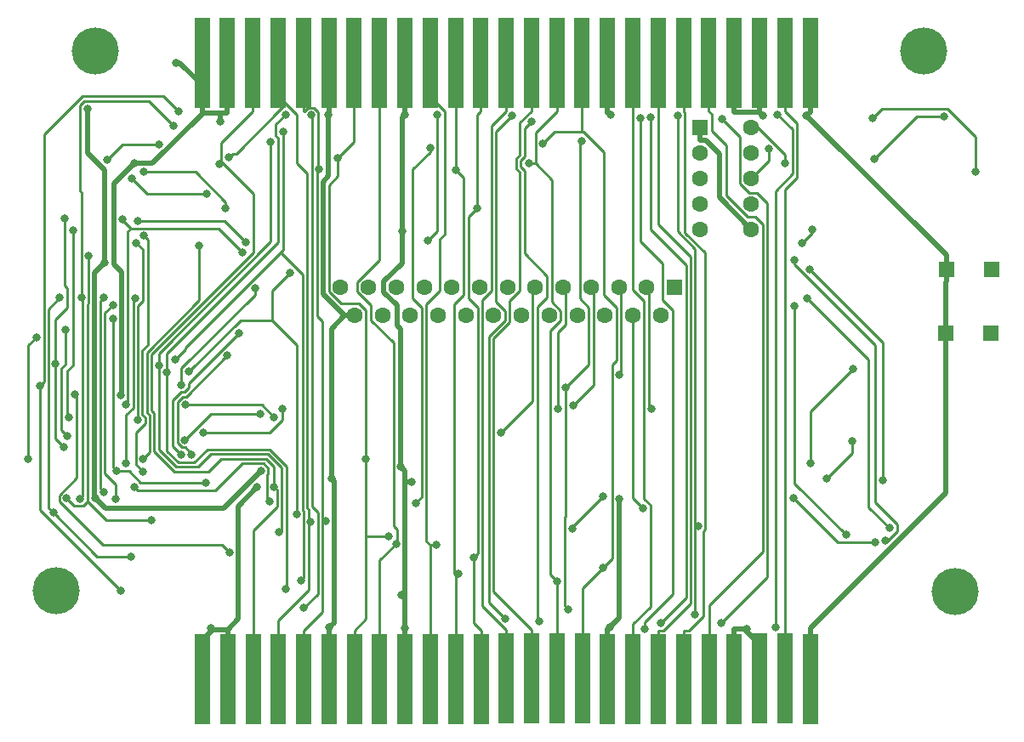
<source format=gbr>
%TF.GenerationSoftware,KiCad,Pcbnew,(6.0.2)*%
%TF.CreationDate,2022-10-21T17:36:17-05:00*%
%TF.ProjectId,REF1329_Optimized,52454631-3332-4395-9f4f-7074696d697a,rev?*%
%TF.SameCoordinates,Original*%
%TF.FileFunction,Copper,L2,Bot*%
%TF.FilePolarity,Positive*%
%FSLAX46Y46*%
G04 Gerber Fmt 4.6, Leading zero omitted, Abs format (unit mm)*
G04 Created by KiCad (PCBNEW (6.0.2)) date 2022-10-21 17:36:17*
%MOMM*%
%LPD*%
G01*
G04 APERTURE LIST*
%TA.AperFunction,NonConductor*%
%ADD10C,0.000001*%
%TD*%
%TA.AperFunction,ComponentPad*%
%ADD11R,1.590000X1.590000*%
%TD*%
%TA.AperFunction,ComponentPad*%
%ADD12C,4.680000*%
%TD*%
%TA.AperFunction,SMDPad,CuDef*%
%ADD13R,1.530000X9.000000*%
%TD*%
%TA.AperFunction,ComponentPad*%
%ADD14R,1.600000X1.600000*%
%TD*%
%TA.AperFunction,ComponentPad*%
%ADD15C,1.600000*%
%TD*%
%TA.AperFunction,ViaPad*%
%ADD16C,0.800000*%
%TD*%
%TA.AperFunction,Conductor*%
%ADD17C,0.250000*%
%TD*%
%TA.AperFunction,Conductor*%
%ADD18C,0.500000*%
%TD*%
G04 APERTURE END LIST*
D10*
X180110200Y-69948700D02*
G75*
G03*
X180110200Y-69948700I0J0D01*
G01*
X180110200Y-70534700D02*
G75*
G03*
X180110200Y-70534700I0J0D01*
G01*
X180108200Y-66477700D02*
G75*
G03*
X180108200Y-66477700I0J0D01*
G01*
X180110200Y-68247700D02*
G75*
G03*
X180110200Y-68247700I0J0D01*
G01*
D11*
%TO.P,SW1,1,1*%
%TO.N,/GND*%
X193086500Y-95977500D03*
X193126500Y-89627500D03*
%TO.P,SW1,2,2*%
%TO.N,/Button*%
X197572500Y-95980500D03*
X197611500Y-89628500D03*
%TD*%
D12*
%TO.P,Hole1,1*%
%TO.N,N/C*%
X108395000Y-67879000D03*
%TD*%
D13*
%TO.P,J5,26,Pin_25*%
%TO.N,/GND*%
X119067000Y-130450000D03*
%TO.P,J5,27,Pin_24*%
X121585000Y-130464000D03*
%TO.P,J5,28,Pin_23*%
%TO.N,/AD0*%
X124110000Y-130452000D03*
%TO.P,J5,29,Pin_22*%
%TO.N,/AD1*%
X126637000Y-130446000D03*
%TO.P,J5,30,Pin_21*%
%TO.N,/AD2*%
X129156000Y-130460000D03*
%TO.P,J5,31,Pin_20*%
%TO.N,/GND*%
X131675000Y-130446000D03*
%TO.P,J5,32,Pin_19*%
%TO.N,/AD3*%
X134198000Y-130435000D03*
%TO.P,J5,33,Pin_18*%
%TO.N,/ALE_L*%
X136717000Y-130421000D03*
%TO.P,J5,34,Pin_17*%
%TO.N,/VCC*%
X139236000Y-130449000D03*
%TO.P,J5,35,Pin_16*%
%TO.N,/ALE_H*%
X141764000Y-130449000D03*
%TO.P,J5,36,Pin_15*%
%TO.N,/AD4*%
X144289000Y-130440000D03*
%TO.P,J5,37,Pin_14*%
%TO.N,/AD5*%
X146810000Y-130432000D03*
%TO.P,J5,38,Pin_13*%
%TO.N,/12V_Rear*%
X149334000Y-130416000D03*
%TO.P,J5,39,Pin_12*%
%TO.N,/UNUSED_Rear*%
X151854000Y-130389000D03*
%TO.P,J5,40,Pin_11*%
%TO.N,/AD6*%
X154374000Y-130401000D03*
%TO.P,J5,41,Pin_10*%
%TO.N,/AD7*%
X156893000Y-130387000D03*
%TO.P,J5,42,Pin_9*%
%TO.N,/VCC*%
X159411000Y-130453000D03*
%TO.P,J5,43,Pin_8*%
%TO.N,/CIC_DATA2*%
X161935000Y-130447000D03*
%TO.P,J5,44,Pin_7*%
%TO.N,/Unknown_1*%
X164461000Y-130437000D03*
%TO.P,J5,45,Pin_6*%
%TO.N,/{slash}OS EVENT*%
X166979000Y-130433000D03*
%TO.P,J5,46,Pin_5*%
%TO.N,/Unknown_2*%
X169499000Y-130418000D03*
%TO.P,J5,47,Pin_4*%
%TO.N,/GND*%
X172018000Y-130418000D03*
%TO.P,J5,48,Pin_3*%
X174548000Y-130402000D03*
%TO.P,J5,49,Pin_2*%
%TO.N,/RAUDIO*%
X177074000Y-130401000D03*
%TO.P,J5,50,Pin_1*%
%TO.N,/GND*%
X179593000Y-130460000D03*
%TD*%
D12*
%TO.P,Hole2,1*%
%TO.N,N/C*%
X104544000Y-121691000D03*
%TD*%
D14*
%TO.P,U3,1,CA*%
%TO.N,/VCC*%
X168639500Y-75512500D03*
D15*
%TO.P,U3,2,F*%
%TO.N,/F*%
X168639500Y-78052500D03*
%TO.P,U3,3,G*%
%TO.N,/G*%
X168639500Y-80592500D03*
%TO.P,U3,4,E*%
%TO.N,/E*%
X168639500Y-83132500D03*
%TO.P,U3,5,D*%
%TO.N,/D*%
X168639500Y-85672500D03*
%TO.P,U3,6,CA*%
%TO.N,/VCC*%
X173719500Y-85672500D03*
%TO.P,U3,7,DP*%
%TO.N,/DP*%
X173719500Y-83132500D03*
%TO.P,U3,8,C*%
%TO.N,/C*%
X173719500Y-80592500D03*
%TO.P,U3,9,B*%
%TO.N,/B*%
X173719500Y-78052500D03*
%TO.P,U3,10,A*%
%TO.N,/A*%
X173719500Y-75512500D03*
%TD*%
D12*
%TO.P,Hole3,1*%
%TO.N,N/C*%
X190826000Y-67918000D03*
%TD*%
%TO.P,Hole4,1*%
%TO.N,N/C*%
X194001000Y-121736000D03*
%TD*%
D13*
%TO.P,J3,26,Pin_1*%
%TO.N,/GND*%
X119042000Y-69099000D03*
%TO.P,J3,27,Pin_2*%
X121560000Y-69113000D03*
%TO.P,J3,28,Pin_3*%
%TO.N,/AD0*%
X124085000Y-69101000D03*
%TO.P,J3,29,Pin_4*%
%TO.N,/AD1*%
X126612000Y-69095000D03*
%TO.P,J3,30,Pin_5*%
%TO.N,/AD2*%
X129131000Y-69109000D03*
%TO.P,J3,31,Pin_6*%
%TO.N,/GND*%
X131650000Y-69095000D03*
%TO.P,J3,32,Pin_7*%
%TO.N,/AD3*%
X134173000Y-69084000D03*
%TO.P,J3,33,Pin_8*%
%TO.N,/ALE_L*%
X136692000Y-69070000D03*
%TO.P,J3,34,Pin_9*%
%TO.N,/VCC*%
X139211000Y-69098000D03*
%TO.P,J3,35,Pin_10*%
%TO.N,/ALE_H*%
X141739000Y-69098000D03*
%TO.P,J3,36,Pin_11*%
%TO.N,/AD4*%
X144264000Y-69089000D03*
%TO.P,J3,37,Pin_12*%
%TO.N,/AD5*%
X146785000Y-69081000D03*
%TO.P,J3,38,Pin_13*%
%TO.N,/12V_Rear*%
X149309000Y-69065000D03*
%TO.P,J3,39,Pin_14*%
%TO.N,/UNUSED_Rear*%
X151829000Y-69038000D03*
%TO.P,J3,40,Pin_15*%
%TO.N,/AD6*%
X154349000Y-69050000D03*
%TO.P,J3,41,Pin_16*%
%TO.N,/AD7*%
X156868000Y-69036000D03*
%TO.P,J3,42,Pin_17*%
%TO.N,/VCC*%
X159386000Y-69102000D03*
%TO.P,J3,43,Pin_18*%
%TO.N,/CIC_DATA2*%
X161910000Y-69096000D03*
%TO.P,J3,44,Pin_19*%
%TO.N,/Unknown_1*%
X164436000Y-69086000D03*
%TO.P,J3,45,Pin_20*%
%TO.N,/{slash}OS EVENT*%
X166954000Y-69082000D03*
%TO.P,J3,46,Pin_21*%
%TO.N,/Unknown_2*%
X169474000Y-69067000D03*
%TO.P,J3,47,Pin_22*%
%TO.N,/GND*%
X171993000Y-69067000D03*
%TO.P,J3,48,Pin_23*%
X174523000Y-69051000D03*
%TO.P,J3,49,Pin_24*%
%TO.N,/RAUDIO*%
X177049000Y-69050000D03*
%TO.P,J3,50,Pin_25*%
%TO.N,/GND*%
X179568000Y-69109000D03*
%TD*%
D14*
%TO.P,J1,1,1*%
%TO.N,unconnected-(J1-Pad1)*%
X166066000Y-91391700D03*
D15*
%TO.P,J1,2,2*%
%TO.N,/PPort_2*%
X163296000Y-91391700D03*
%TO.P,J1,3,3*%
%TO.N,/PPort_3*%
X160526000Y-91391700D03*
%TO.P,J1,4,4*%
%TO.N,/PPort_4*%
X157756000Y-91391700D03*
%TO.P,J1,5,5*%
%TO.N,/PPort_5*%
X154986000Y-91391700D03*
%TO.P,J1,6,6*%
%TO.N,/PPort_6*%
X152216000Y-91391700D03*
%TO.P,J1,7,7*%
%TO.N,unconnected-(J1-Pad7)*%
X149446000Y-91391700D03*
%TO.P,J1,8,8*%
%TO.N,unconnected-(J1-Pad8)*%
X146676000Y-91391700D03*
%TO.P,J1,9,9*%
%TO.N,unconnected-(J1-Pad9)*%
X143906000Y-91391700D03*
%TO.P,J1,10,10*%
%TO.N,/PPort_10*%
X141136000Y-91391700D03*
%TO.P,J1,11,11*%
%TO.N,/PPort_11*%
X138366000Y-91391700D03*
%TO.P,J1,12,12*%
%TO.N,/PPort_12*%
X135596000Y-91391700D03*
%TO.P,J1,13,13*%
%TO.N,/PPort_13*%
X132826000Y-91391700D03*
%TO.P,J1,14,P14*%
%TO.N,unconnected-(J1-Pad14)*%
X164681000Y-94231700D03*
%TO.P,J1,15,P15*%
%TO.N,/PPort_15*%
X161911000Y-94231700D03*
%TO.P,J1,16,P16*%
%TO.N,unconnected-(J1-Pad16)*%
X159141000Y-94231700D03*
%TO.P,J1,17,P17*%
%TO.N,unconnected-(J1-Pad17)*%
X156371000Y-94231700D03*
%TO.P,J1,18,P18*%
%TO.N,/GND*%
X153601000Y-94231700D03*
%TO.P,J1,19,P19*%
X150831000Y-94231700D03*
%TO.P,J1,20,P20*%
X148061000Y-94231700D03*
%TO.P,J1,21,P21*%
X145291000Y-94231700D03*
%TO.P,J1,22,P22*%
X142521000Y-94231700D03*
%TO.P,J1,23,P23*%
X139751000Y-94231700D03*
%TO.P,J1,24,P24*%
X136981000Y-94231700D03*
%TO.P,J1,25,P25*%
X134211000Y-94231700D03*
%TD*%
D16*
%TO.N,/A18*%
X109284700Y-111852100D03*
X109265200Y-92484700D03*
%TO.N,/A16*%
X110154900Y-93186200D03*
X110468300Y-112514800D03*
%TO.N,/A15*%
X112390900Y-92512200D03*
X111477800Y-108987600D03*
%TO.N,/A7*%
X121561200Y-98191700D03*
X117967600Y-108103900D03*
%TO.N,/A6*%
X122713400Y-96006800D03*
X116967400Y-108103900D03*
%TO.N,/A5*%
X113183800Y-109815000D03*
X113267000Y-86287000D03*
%TO.N,/A4*%
X113165000Y-108544000D03*
X118753600Y-87250600D03*
%TO.N,/A3*%
X124823000Y-104079500D03*
X117305900Y-106653700D03*
%TO.N,/A2*%
X119173700Y-105928500D03*
X127031700Y-103532700D03*
%TO.N,/A1*%
X112642300Y-104673200D03*
X112505000Y-86983800D03*
%TO.N,/A0*%
X116979700Y-101159900D03*
X124303300Y-91526700D03*
%TO.N,/AD0*%
X126210500Y-111319300D03*
X120754500Y-79109900D03*
%TO.N,/AD1*%
X177897000Y-112421700D03*
X186005900Y-116828500D03*
X121693900Y-78487400D03*
X129829200Y-114801100D03*
%TO.N,/AD2*%
X130696800Y-79663300D03*
X155881900Y-115478500D03*
X131308700Y-114737700D03*
X158989200Y-112237100D03*
%TO.N,/GND*%
X120846100Y-74933400D03*
X119908100Y-125342300D03*
X173259200Y-125462300D03*
X131902000Y-110471900D03*
X124515600Y-111349300D03*
X131714100Y-125314800D03*
X110910900Y-102201300D03*
X116407500Y-69080000D03*
X112267600Y-79086800D03*
X174822200Y-74297300D03*
X179213700Y-74315700D03*
X131634000Y-74205700D03*
%TO.N,/AD3*%
X137631100Y-116230200D03*
X132560600Y-78530200D03*
X135340200Y-108489500D03*
%TO.N,/AD4*%
X144264000Y-79717500D03*
X109572400Y-78753300D03*
X114709000Y-77232500D03*
X144547900Y-120003300D03*
%TO.N,/AD5*%
X113259900Y-79939300D03*
X146096100Y-118326200D03*
X121362100Y-83521900D03*
X146451000Y-83521900D03*
%TO.N,/AD6*%
X119514300Y-82113900D03*
X112067300Y-80577700D03*
X154374000Y-120760000D03*
X151543500Y-79109500D03*
%TO.N,/AD7*%
X158910700Y-119397000D03*
X152958700Y-77108000D03*
%TO.N,/Chip_Enable*%
X111134100Y-84648000D03*
X123069600Y-87991900D03*
X111467000Y-103132100D03*
%TO.N,/Output_Enable*%
X123367900Y-86935200D03*
X112613300Y-84830900D03*
X106236300Y-85788600D03*
X105810500Y-104366400D03*
%TO.N,/A11*%
X104461600Y-99014700D03*
X105312600Y-84531400D03*
X105255300Y-107311000D03*
%TO.N,/A9*%
X101745600Y-108543000D03*
X102561100Y-96407200D03*
%TO.N,/A8*%
X105614400Y-106267400D03*
X105411700Y-95697100D03*
%TO.N,/A13*%
X110156700Y-94558000D03*
X110529900Y-109745800D03*
X119387900Y-110899400D03*
%TO.N,/A14*%
X114024500Y-114655000D03*
X105534400Y-112454400D03*
X107731500Y-88292300D03*
%TO.N,/A17*%
X111972900Y-118248400D03*
X104845400Y-92481600D03*
X104225400Y-113904100D03*
%TO.N,/{slash}write*%
X107006300Y-92471800D03*
X106865300Y-112476500D03*
X116229500Y-75359900D03*
%TO.N,/VCC*%
X138963700Y-85879100D03*
X139195000Y-74247900D03*
X159634500Y-125308000D03*
X108426100Y-112442100D03*
X107631900Y-73621400D03*
X139871500Y-110812500D03*
X159689500Y-74243600D03*
X139236000Y-125342400D03*
X138920700Y-122046700D03*
X124875800Y-109736800D03*
X160589400Y-112540400D03*
X138820900Y-109262200D03*
X109352200Y-88955300D03*
%TO.N,/AD8*%
X126200000Y-104386800D03*
X155210300Y-101442500D03*
X156852000Y-76829300D03*
X155473000Y-123508700D03*
X117361300Y-103146400D03*
%TO.N,/AD9*%
X127813300Y-89947500D03*
X128454700Y-114041600D03*
X117721900Y-99842800D03*
%TO.N,/AD10*%
X141721700Y-77535700D03*
X112290800Y-111341400D03*
X140292400Y-112907100D03*
X125760400Y-112728600D03*
%TO.N,/AD11*%
X126717100Y-115847500D03*
X125842300Y-76963600D03*
X114723200Y-99255300D03*
%TO.N,/AD12*%
X116323600Y-98600900D03*
X127141500Y-75924100D03*
X128870700Y-120630300D03*
%TO.N,/AD13*%
X129185100Y-123381600D03*
X129882700Y-74273700D03*
X121773500Y-117820400D03*
X106352300Y-102064300D03*
%TO.N,/AD14*%
X127357900Y-121526900D03*
X127366600Y-74209500D03*
X115522500Y-99870500D03*
%TO.N,/AD15*%
X116725100Y-73945000D03*
X110960800Y-121664900D03*
X102885000Y-101226800D03*
%TO.N,/{slash}COLD_RESET*%
X166371200Y-74357800D03*
X168098700Y-124006200D03*
X168403700Y-115223200D03*
%TO.N,/ALE_L*%
X138344500Y-116999200D03*
%TO.N,/ALE_H*%
X142375700Y-117118600D03*
%TO.N,/Button*%
X183844600Y-99541400D03*
X179610500Y-108969600D03*
%TO.N,/PPort_2*%
X163770500Y-103574000D03*
%TO.N,/PPort_3*%
X160589400Y-100187400D03*
%TO.N,/PPort_4*%
X155945000Y-103170900D03*
%TO.N,/PPort_5*%
X154451600Y-103545300D03*
%TO.N,/PPort_6*%
X148766900Y-105935500D03*
%TO.N,/{slash}read_top*%
X141546300Y-86758100D03*
X142420500Y-74204900D03*
%TO.N,/D*%
X179756400Y-85638100D03*
X178718900Y-87005200D03*
%TO.N,/C*%
X175487500Y-77645300D03*
%TO.N,/A*%
X177065200Y-79031200D03*
%TO.N,/PPort_10*%
X179273200Y-92516900D03*
X187509500Y-115426600D03*
%TO.N,/PPort_11*%
X179515700Y-89624000D03*
X186816100Y-110659400D03*
%TO.N,/PPort_12*%
X178003900Y-88744600D03*
X187042800Y-116696700D03*
%TO.N,/PPort_13*%
X178003900Y-93254500D03*
X183153000Y-116097100D03*
%TO.N,/PPort_15*%
X162961800Y-113442900D03*
%TO.N,/12V_Front*%
X149911100Y-74338200D03*
X149173100Y-124414800D03*
%TO.N,/UNUSED_Front*%
X151813000Y-74939600D03*
X152593900Y-124710100D03*
%TO.N,/CIC_DATA1*%
X162670600Y-74573000D03*
X163125500Y-125446000D03*
%TO.N,/1.6MHZ*%
X164711700Y-124865500D03*
X163706100Y-74459100D03*
%TO.N,/S_DAT*%
X170808400Y-74694800D03*
X170696000Y-124883800D03*
%TO.N,/LAUDIO*%
X176342100Y-74235900D03*
X176093000Y-125291600D03*
%TO.N,/74HC04-374*%
X183746300Y-106719000D03*
X181206600Y-110465000D03*
%TO.N,/Q1*%
X196067600Y-79894100D03*
X185761400Y-74620200D03*
%TO.N,/Q3*%
X185979300Y-78613500D03*
X192909900Y-74408200D03*
%TD*%
D17*
%TO.N,/A18*%
X108911900Y-111479300D02*
X108911900Y-92838000D01*
X108911900Y-92838000D02*
X109265200Y-92484700D01*
X109284700Y-111852100D02*
X108911900Y-111479300D01*
%TO.N,/A16*%
X110468300Y-111046600D02*
X109362100Y-109940400D01*
X109362100Y-109940400D02*
X109362100Y-93979000D01*
X109362100Y-93979000D02*
X110154900Y-93186200D01*
X110468300Y-112514800D02*
X110468300Y-111046600D01*
%TO.N,/A15*%
X112192200Y-103439900D02*
X111477800Y-104154300D01*
X112390900Y-92512200D02*
X112192200Y-92710900D01*
X111477800Y-104154300D02*
X111477800Y-108987600D01*
X112192200Y-92710900D02*
X112192200Y-103439900D01*
%TO.N,/A7*%
X117466600Y-102335100D02*
X121561200Y-98240500D01*
X117967600Y-108103900D02*
X117967600Y-107993400D01*
X117133800Y-102335100D02*
X117466600Y-102335100D01*
X116580700Y-106957300D02*
X116580700Y-102888200D01*
X116580700Y-102888200D02*
X117133800Y-102335100D01*
X117967600Y-107993400D02*
X117353000Y-107378800D01*
X121561200Y-98240500D02*
X121561200Y-98191700D01*
X117002200Y-107378800D02*
X116580700Y-106957300D01*
X117353000Y-107378800D02*
X117002200Y-107378800D01*
%TO.N,/A6*%
X117704800Y-101460300D02*
X117704800Y-101015400D01*
X116967400Y-108103900D02*
X116118300Y-107254800D01*
X116118300Y-102713100D02*
X116946400Y-101885000D01*
X117280100Y-101885000D02*
X117704800Y-101460300D01*
X116946400Y-101885000D02*
X117280100Y-101885000D01*
X116118300Y-107254800D02*
X116118300Y-102713100D01*
X117704800Y-101015400D02*
X122713400Y-96006800D01*
%TO.N,/A5*%
X113367400Y-104973600D02*
X113367400Y-104372800D01*
X113095500Y-104100900D02*
X113095500Y-97722100D01*
X112439100Y-109070300D02*
X112439100Y-105901900D01*
X113183800Y-109815000D02*
X112439100Y-109070300D01*
X113635300Y-86655300D02*
X113267000Y-86287000D01*
X113635300Y-97182300D02*
X113635300Y-86655300D01*
X112439100Y-105901900D02*
X113367400Y-104973600D01*
X113095500Y-97722100D02*
X113635300Y-97182300D01*
X113367400Y-104372800D02*
X113095500Y-104100900D01*
%TO.N,/A4*%
X113817500Y-107891500D02*
X113817500Y-104186300D01*
X113817500Y-104186300D02*
X113545600Y-103914400D01*
X113545600Y-103914400D02*
X113545600Y-97908600D01*
X113545600Y-97908600D02*
X118753600Y-92700600D01*
X113165000Y-108544000D02*
X113817500Y-107891500D01*
X118753600Y-92700600D02*
X118753600Y-87250600D01*
%TO.N,/A3*%
X124823000Y-104079500D02*
X119880100Y-104079500D01*
X119880100Y-104079500D02*
X117305900Y-106653700D01*
%TO.N,/A2*%
X125748000Y-105928500D02*
X119173700Y-105928500D01*
X127031700Y-103532700D02*
X127031700Y-104644800D01*
X127031700Y-104644800D02*
X125748000Y-105928500D01*
%TO.N,/A1*%
X112642300Y-104673200D02*
X112642300Y-93286400D01*
X112642300Y-93286400D02*
X113126800Y-92801900D01*
X113126800Y-92801900D02*
X113126800Y-87605600D01*
X113126800Y-87605600D02*
X112505000Y-86983800D01*
%TO.N,/A0*%
X116979700Y-99498600D02*
X124303300Y-92175000D01*
X116979700Y-101159900D02*
X116979700Y-99498600D01*
X124303300Y-92175000D02*
X124303300Y-91526700D01*
%TO.N,/AD0*%
X126210500Y-111319300D02*
X126485600Y-111594400D01*
X124110000Y-130452000D02*
X124110000Y-125626900D01*
X124085000Y-73926100D02*
X120968800Y-77042300D01*
X116239500Y-109776100D02*
X119669500Y-109776100D01*
X120945800Y-108499800D02*
X125394900Y-108499800D01*
X124111900Y-87978900D02*
X113995700Y-98095100D01*
X114267600Y-107804200D02*
X116239500Y-109776100D01*
X114267600Y-103999800D02*
X114267600Y-107804200D01*
X124110000Y-115624900D02*
X124110000Y-125626900D01*
X124111900Y-82078400D02*
X124111900Y-87978900D01*
X126485600Y-113249300D02*
X124110000Y-115624900D01*
X120929100Y-78935300D02*
X120754500Y-79109900D01*
X120968800Y-78935300D02*
X124111900Y-82078400D01*
X124085000Y-69101000D02*
X124085000Y-73926100D01*
X126485600Y-111594400D02*
X126485600Y-113249300D01*
X120968800Y-78935300D02*
X120929100Y-78935300D01*
X119669500Y-109776100D02*
X120945800Y-108499800D01*
X113995700Y-98095100D02*
X113995700Y-103727900D01*
X113995700Y-103727900D02*
X114267600Y-103999800D01*
X125394900Y-108499800D02*
X126210500Y-109315400D01*
X120968800Y-77042300D02*
X120968800Y-78935300D01*
X126210500Y-109315400D02*
X126210500Y-111319300D01*
%TO.N,/AD1*%
X126637000Y-130446000D02*
X126637000Y-125620900D01*
X122098300Y-78165900D02*
X122053500Y-78210700D01*
X121970600Y-78210700D02*
X121693900Y-78487400D01*
X128478200Y-79059700D02*
X128478200Y-74229800D01*
X126637000Y-124601500D02*
X129629900Y-121608600D01*
X122415200Y-78165900D02*
X122098300Y-78165900D01*
X126641500Y-73909200D02*
X126641500Y-73939600D01*
X129629900Y-114801100D02*
X129629900Y-113554700D01*
X122695700Y-77885400D02*
X122415200Y-78165900D01*
X127399600Y-73151100D02*
X126612000Y-72363600D01*
X129521600Y-80119800D02*
X129405500Y-80003700D01*
X129629900Y-121608600D02*
X129629900Y-114801100D01*
X126641500Y-73939600D02*
X122695700Y-77885400D01*
X126612000Y-72363600D02*
X126612000Y-69095000D01*
X122053500Y-78210700D02*
X121970600Y-78210700D01*
X129405500Y-79987000D02*
X128478200Y-79059700D01*
X129405500Y-80003700D02*
X129405500Y-79987000D01*
X126637000Y-125620900D02*
X126637000Y-124601500D01*
X182303800Y-116828500D02*
X186005900Y-116828500D01*
X127399600Y-73151100D02*
X126641500Y-73909200D01*
X128478200Y-74229800D02*
X127399600Y-73151100D01*
X129521600Y-113446400D02*
X129521600Y-80119800D01*
X129629900Y-114801100D02*
X129829200Y-114801100D01*
X129629900Y-113554700D02*
X129521600Y-113446400D01*
X177897000Y-112421700D02*
X182303800Y-116828500D01*
%TO.N,/AD2*%
X129196900Y-73934100D02*
X129131000Y-73934100D01*
X155881900Y-115478500D02*
X155881900Y-115344400D01*
X131040800Y-114737700D02*
X131040800Y-94792300D01*
X129156000Y-125634900D02*
X131040800Y-123750100D01*
X129582400Y-73548600D02*
X129196900Y-73934100D01*
X131040800Y-123750100D02*
X131040800Y-114737700D01*
X130607800Y-73973300D02*
X130183100Y-73548600D01*
X155881900Y-115344400D02*
X158989200Y-112237100D01*
X130607800Y-79663300D02*
X130607800Y-73973300D01*
X129156000Y-130460000D02*
X129156000Y-125634900D01*
X130513900Y-79757200D02*
X130607800Y-79663300D01*
X129131000Y-69109000D02*
X129131000Y-73934100D01*
X131308700Y-114737700D02*
X131040800Y-114737700D01*
X130607800Y-79663300D02*
X130696800Y-79663300D01*
X130513900Y-94265400D02*
X130513900Y-79757200D01*
X131040800Y-94792300D02*
X130513900Y-94265400D01*
X130183100Y-73548600D02*
X129582400Y-73548600D01*
D18*
%TO.N,/GND*%
X179593000Y-130460000D02*
X179593000Y-125370700D01*
X174523000Y-69051000D02*
X174523000Y-73825500D01*
X119067000Y-130450000D02*
X119067000Y-126526600D01*
X114101900Y-79086800D02*
X119042000Y-74146700D01*
X133231000Y-94231700D02*
X131089000Y-92089700D01*
X174523000Y-74000200D02*
X174523000Y-74001100D01*
X179213700Y-74315700D02*
X179568000Y-73961400D01*
X174523000Y-74001100D02*
X174526000Y-74001100D01*
X111006800Y-102105400D02*
X111006800Y-89902700D01*
X110256900Y-89152800D02*
X110256900Y-81097500D01*
X119042000Y-71299700D02*
X116822300Y-69080000D01*
X121585000Y-125513900D02*
X122623600Y-124475300D01*
X193086500Y-95977500D02*
X193086500Y-97222600D01*
X179568000Y-69109000D02*
X179568000Y-73854500D01*
X120846100Y-74063100D02*
X120846100Y-74933400D01*
X131714100Y-125456800D02*
X131675000Y-125495900D01*
X119067000Y-126526600D02*
X120079700Y-125513900D01*
X131089000Y-80890200D02*
X131634000Y-80345200D01*
X133231000Y-94231700D02*
X131902000Y-95560700D01*
X119042000Y-69099000D02*
X119042000Y-71299700D01*
X131714100Y-125314800D02*
X132197100Y-124831800D01*
X131634000Y-80345200D02*
X131634000Y-74205700D01*
X121585000Y-130464000D02*
X121585000Y-125513900D01*
X173129500Y-125592000D02*
X173259200Y-125462300D01*
X110256900Y-81097500D02*
X112267600Y-79086800D01*
X110910900Y-102201300D02*
X111006800Y-102105400D01*
X119042000Y-71299700D02*
X119042000Y-74049100D01*
X174523000Y-74001100D02*
X174507000Y-74017100D01*
X172018000Y-130418000D02*
X172018000Y-125467900D01*
X131650000Y-69095000D02*
X131650000Y-74189700D01*
X171993000Y-69067000D02*
X171993000Y-74017100D01*
X174523000Y-73825500D02*
X174523000Y-74000200D01*
X174507000Y-74017100D02*
X171993000Y-74017100D01*
X131675000Y-130446000D02*
X131675000Y-125495900D01*
X193126500Y-89627500D02*
X193126500Y-88228500D01*
X131650000Y-74189700D02*
X131634000Y-74205700D01*
X131714100Y-125314800D02*
X131714100Y-125456800D01*
X134211000Y-94231700D02*
X133231000Y-94231700D01*
X174548000Y-130402000D02*
X174548000Y-127926900D01*
X174548000Y-127010600D02*
X173129500Y-125592000D01*
X179593000Y-125370700D02*
X193086500Y-111877200D01*
X120846100Y-74063100D02*
X119056000Y-74063100D01*
X132197100Y-110767000D02*
X131902000Y-110471900D01*
X121560000Y-74063100D02*
X120846100Y-74063100D01*
X131902000Y-95560700D02*
X131902000Y-110471900D01*
X122623600Y-124475300D02*
X122623600Y-113241300D01*
X120079700Y-125513900D02*
X121585000Y-125513900D01*
X131089000Y-92089700D02*
X131089000Y-80890200D01*
X173005300Y-125467900D02*
X172018000Y-125467900D01*
X193086500Y-111877200D02*
X193086500Y-97222600D01*
X193086500Y-90912600D02*
X193086500Y-95977500D01*
X112267600Y-79086800D02*
X114101900Y-79086800D01*
X179568000Y-73961400D02*
X179568000Y-73854500D01*
X132197100Y-124831800D02*
X132197100Y-110767000D01*
X120079700Y-125513900D02*
X119908100Y-125342300D01*
X122623600Y-113241300D02*
X124515600Y-111349300D01*
X116822300Y-69080000D02*
X116407500Y-69080000D01*
X119042000Y-74146700D02*
X119042000Y-74049100D01*
X111006800Y-89902700D02*
X110256900Y-89152800D01*
X174548000Y-127926900D02*
X174548000Y-127010600D01*
X193126500Y-89627500D02*
X193126500Y-90872600D01*
X174526000Y-74001100D02*
X174822200Y-74297300D01*
X193126500Y-90872600D02*
X193086500Y-90912600D01*
X173129500Y-125592000D02*
X173005300Y-125467900D01*
X119056000Y-74063100D02*
X119042000Y-74049100D01*
X193126500Y-88228500D02*
X179213700Y-74315700D01*
X121560000Y-69113000D02*
X121560000Y-74063100D01*
D17*
%TO.N,/AD3*%
X134173000Y-76917800D02*
X132560600Y-78530200D01*
X134198000Y-125609900D02*
X135340200Y-124467700D01*
X131675700Y-91851400D02*
X132885500Y-93061200D01*
X134173000Y-69084000D02*
X134173000Y-73909100D01*
X135340200Y-116230200D02*
X135340200Y-108489500D01*
X135340200Y-124467700D02*
X135340200Y-116230200D01*
X134198000Y-130435000D02*
X134198000Y-125609900D01*
X135340200Y-93712200D02*
X135340200Y-108489500D01*
X132885500Y-93061200D02*
X134689200Y-93061200D01*
X132560600Y-78530200D02*
X132560600Y-80363200D01*
X134173000Y-73909100D02*
X134173000Y-76917800D01*
X135340200Y-116230200D02*
X137631100Y-116230200D01*
X132560600Y-80363200D02*
X131675700Y-81248100D01*
X134689200Y-93061200D02*
X135340200Y-93712200D01*
X131675700Y-81248100D02*
X131675700Y-91851400D01*
%TO.N,/AD4*%
X109572400Y-78753300D02*
X111098200Y-77227500D01*
X111098200Y-77227500D02*
X114714000Y-77227500D01*
X144289000Y-120132100D02*
X144419100Y-120132100D01*
X144289000Y-120132100D02*
X144128300Y-119971400D01*
X144128300Y-93098700D02*
X145031200Y-92195800D01*
X144289000Y-125614900D02*
X144289000Y-120132100D01*
X144289000Y-130440000D02*
X144289000Y-125614900D01*
X145031200Y-80484700D02*
X144264000Y-79717500D01*
X144264000Y-69089000D02*
X144264000Y-79717500D01*
X114714000Y-77227500D02*
X114709000Y-77232500D01*
X145031200Y-92195800D02*
X145031200Y-80484700D01*
X144419100Y-120132100D02*
X144547900Y-120003300D01*
X144128300Y-119971400D02*
X144128300Y-93098700D01*
%TO.N,/AD5*%
X146096100Y-118326200D02*
X146468500Y-117953800D01*
X146451000Y-74240100D02*
X146785000Y-73906100D01*
X121362100Y-82936200D02*
X118365200Y-79939300D01*
X146096100Y-124893000D02*
X146096100Y-118326200D01*
X121362100Y-83521900D02*
X121362100Y-82936200D01*
X146451000Y-83521900D02*
X146451000Y-74240100D01*
X146810000Y-130432000D02*
X146810000Y-125606900D01*
X146468500Y-117953800D02*
X146468500Y-93479800D01*
X118365200Y-79939300D02*
X113259900Y-79939300D01*
X146810000Y-125606900D02*
X146096100Y-124893000D01*
X146468500Y-93479800D02*
X145542100Y-92553400D01*
X146785000Y-69081000D02*
X146785000Y-73906100D01*
X145542100Y-84430800D02*
X146451000Y-83521900D01*
X145542100Y-92553400D02*
X145542100Y-84430800D01*
%TO.N,/AD6*%
X153842000Y-80719500D02*
X153842000Y-92881600D01*
X154349000Y-73875100D02*
X152232000Y-75992100D01*
X152232000Y-79109500D02*
X151543500Y-79109500D01*
X154726100Y-94697700D02*
X153692800Y-95731000D01*
X152232000Y-75992100D02*
X152232000Y-79109500D01*
X154349000Y-69050000D02*
X154349000Y-73875100D01*
X153842000Y-92881600D02*
X154726100Y-93765700D01*
X153692800Y-120078800D02*
X154374000Y-120760000D01*
X152232000Y-79109500D02*
X153842000Y-80719500D01*
X154726100Y-93765700D02*
X154726100Y-94697700D01*
X153692800Y-95731000D02*
X153692800Y-120078800D01*
X113603500Y-82113900D02*
X112067300Y-80577700D01*
X154374000Y-130401000D02*
X154374000Y-120760000D01*
X119514300Y-82113900D02*
X113603500Y-82113900D01*
%TO.N,/AD7*%
X159864300Y-118443400D02*
X158910700Y-119397000D01*
X156893000Y-125561900D02*
X156893000Y-121414700D01*
X156893000Y-121414700D02*
X158910700Y-119397000D01*
X159036000Y-92197300D02*
X160289100Y-93450400D01*
X160289100Y-98680200D02*
X159864300Y-99105000D01*
X157036700Y-75959900D02*
X159036000Y-77959200D01*
X156868000Y-75959900D02*
X154106800Y-75959900D01*
X159036000Y-77959200D02*
X159036000Y-92197300D01*
X156868000Y-69036000D02*
X156868000Y-73861100D01*
X156868000Y-75959900D02*
X157036700Y-75959900D01*
X154106800Y-75959900D02*
X152958700Y-77108000D01*
X156868000Y-73861100D02*
X156868000Y-75959900D01*
X160289100Y-93450400D02*
X160289100Y-98680200D01*
X159864300Y-99105000D02*
X159864300Y-118443400D01*
X156893000Y-130387000D02*
X156893000Y-125561900D01*
%TO.N,/Chip_Enable*%
X111652100Y-85839000D02*
X111652100Y-102947000D01*
X111929200Y-85561900D02*
X111134100Y-84766800D01*
X111134100Y-84766800D02*
X111134100Y-84648000D01*
X111652100Y-102947000D02*
X111467000Y-103132100D01*
X111929200Y-85561900D02*
X111652100Y-85839000D01*
X120639600Y-85561900D02*
X123069600Y-87991900D01*
X111929200Y-85561900D02*
X120639600Y-85561900D01*
%TO.N,/Output_Enable*%
X106236300Y-99128400D02*
X106236300Y-85788600D01*
X112613300Y-84830900D02*
X121263600Y-84830900D01*
X105810500Y-104366400D02*
X105595800Y-104151700D01*
X105595800Y-104151700D02*
X105595800Y-99768900D01*
X121263600Y-84830900D02*
X123367900Y-86935200D01*
X105595800Y-99768900D02*
X106236300Y-99128400D01*
%TO.N,/A11*%
X105622500Y-91527200D02*
X105312600Y-91217300D01*
X104461600Y-99014700D02*
X104461600Y-94612100D01*
X104461600Y-99014700D02*
X104461600Y-106517300D01*
X104461600Y-94612100D02*
X105622500Y-93451200D01*
X105312600Y-91217300D02*
X105312600Y-84531400D01*
X104461600Y-106517300D02*
X105255300Y-107311000D01*
X105622500Y-93451200D02*
X105622500Y-91527200D01*
%TO.N,/A9*%
X102561100Y-96407200D02*
X101745600Y-97222700D01*
X101745600Y-97222700D02*
X101745600Y-108543000D01*
%TO.N,/A8*%
X105411700Y-99091500D02*
X105039200Y-99464000D01*
X105411700Y-95697100D02*
X105411700Y-99091500D01*
X105039200Y-105692200D02*
X105614400Y-106267400D01*
X105039200Y-99464000D02*
X105039200Y-105692200D01*
%TO.N,/A13*%
X110156700Y-94558000D02*
X110156700Y-109372600D01*
X112919600Y-110899400D02*
X111766000Y-109745800D01*
X110156700Y-109372600D02*
X110529900Y-109745800D01*
X111766000Y-109745800D02*
X110529900Y-109745800D01*
X119387900Y-110899400D02*
X112919600Y-110899400D01*
%TO.N,/A14*%
X107731500Y-88292300D02*
X107731500Y-93050000D01*
X107638900Y-93142600D02*
X107638900Y-112798800D01*
X107731500Y-93050000D02*
X107638900Y-93142600D01*
X107638900Y-112798800D02*
X107236000Y-113201700D01*
X107638900Y-112798800D02*
X109495100Y-114655000D01*
X107236000Y-113201700D02*
X106281700Y-113201700D01*
X109495100Y-114655000D02*
X114024500Y-114655000D01*
X106281700Y-113201700D02*
X105534400Y-112454400D01*
%TO.N,/A17*%
X104225400Y-113904100D02*
X103736500Y-113415200D01*
X103736500Y-93590500D02*
X104845400Y-92481600D01*
X111972900Y-118248400D02*
X108569700Y-118248400D01*
X108569700Y-118248400D02*
X104225400Y-113904100D01*
X103736500Y-113415200D02*
X103736500Y-93590500D01*
%TO.N,/{slash}write*%
X107006300Y-81955300D02*
X106874900Y-81823900D01*
X107006300Y-92471800D02*
X107006300Y-81955300D01*
X106865300Y-112476500D02*
X107089300Y-112252500D01*
X107327000Y-72886300D02*
X113755900Y-72886300D01*
X107089300Y-112252500D02*
X107089300Y-92554800D01*
X106874900Y-73338400D02*
X107327000Y-72886300D01*
X106874900Y-81823900D02*
X106874900Y-73338400D01*
X107089300Y-92554800D02*
X107047800Y-92513300D01*
X107047800Y-92513300D02*
X107006300Y-92513300D01*
X107006300Y-92513300D02*
X107006300Y-92471800D01*
X113755900Y-72886300D02*
X116229500Y-75359900D01*
D18*
%TO.N,/VCC*%
X169154400Y-76762600D02*
X168639500Y-76762600D01*
X139236000Y-122046700D02*
X139236000Y-125342400D01*
X138963700Y-85879100D02*
X138963700Y-74479200D01*
X139211000Y-74048100D02*
X139195000Y-74064100D01*
X138820900Y-95581800D02*
X138454700Y-95215600D01*
X139236000Y-125342400D02*
X139236000Y-130449000D01*
X137115900Y-90874000D02*
X138963700Y-89026200D01*
X139236000Y-122046700D02*
X139236000Y-110812500D01*
X109352200Y-88955300D02*
X109352200Y-79754900D01*
X159634500Y-125308000D02*
X160589400Y-124353100D01*
X160589400Y-124353100D02*
X160589400Y-112540400D01*
X109352200Y-79754900D02*
X107631900Y-78034600D01*
X108306700Y-90000800D02*
X109352200Y-88955300D01*
X138454700Y-95215600D02*
X138454700Y-93248200D01*
X170513600Y-82466600D02*
X170513600Y-78121800D01*
X159439600Y-125502900D02*
X159634500Y-125308000D01*
X109386300Y-113402300D02*
X108426100Y-112442100D01*
X139236000Y-109677300D02*
X138820900Y-109262200D01*
X108306700Y-112322700D02*
X108306700Y-90000800D01*
X173719500Y-85672500D02*
X170513600Y-82466600D01*
X138963700Y-89026200D02*
X138963700Y-85879100D01*
X139236000Y-110812500D02*
X139871500Y-110812500D01*
X168639500Y-75512500D02*
X168639500Y-76762600D01*
X139195000Y-74064100D02*
X139195000Y-74247900D01*
X124875800Y-109736800D02*
X121210300Y-113402300D01*
X138454700Y-93248200D02*
X137115900Y-91909400D01*
X159411000Y-130453000D02*
X159411000Y-125502900D01*
X108426100Y-112442100D02*
X108306700Y-112322700D01*
X170513600Y-78121800D02*
X169154400Y-76762600D01*
X159386000Y-69102000D02*
X159386000Y-74052100D01*
X137115900Y-91909400D02*
X137115900Y-90874000D01*
X121210300Y-113402300D02*
X109386300Y-113402300D01*
X139236000Y-110812500D02*
X139236000Y-109677300D01*
X107631900Y-78034600D02*
X107631900Y-73621400D01*
X138920700Y-122046700D02*
X139236000Y-122046700D01*
X138963700Y-74479200D02*
X139195000Y-74247900D01*
X138820900Y-109262200D02*
X138820900Y-95581800D01*
X139211000Y-69098000D02*
X139211000Y-74048100D01*
X159411000Y-125502900D02*
X159439600Y-125502900D01*
X159386000Y-74052100D02*
X159498000Y-74052100D01*
X159498000Y-74052100D02*
X159689500Y-74243600D01*
D17*
%TO.N,/AD8*%
X126200000Y-104386800D02*
X124959700Y-103146500D01*
X155210300Y-101442500D02*
X157530900Y-99121900D01*
X117361300Y-103146500D02*
X117361300Y-103146400D01*
X155138400Y-123174100D02*
X155138400Y-114329400D01*
X155210300Y-114257500D02*
X155210300Y-101442500D01*
X124959700Y-103146500D02*
X117361300Y-103146500D01*
X156619200Y-77062100D02*
X156852000Y-76829300D01*
X157530900Y-99121900D02*
X157530900Y-93462200D01*
X156619200Y-92550500D02*
X156619200Y-77062100D01*
X155473000Y-123508700D02*
X155138400Y-123174100D01*
X157530900Y-93462200D02*
X156619200Y-92550500D01*
X155138400Y-114329400D02*
X155210300Y-114257500D01*
%TO.N,/AD9*%
X122841800Y-94722900D02*
X117721900Y-99842800D01*
X127813300Y-89947500D02*
X125981900Y-91778900D01*
X128454700Y-97195700D02*
X128454700Y-114041600D01*
X125981900Y-94722900D02*
X122841800Y-94722900D01*
X125981900Y-91778900D02*
X125981900Y-94722900D01*
X125981900Y-94722900D02*
X128454700Y-97195700D01*
%TO.N,/AD10*%
X125626400Y-110011700D02*
X125626400Y-109448300D01*
X125760400Y-112728600D02*
X125485400Y-112453600D01*
X140906100Y-93457400D02*
X139972800Y-92524100D01*
X140292400Y-112907100D02*
X140906100Y-112293400D01*
X112602100Y-111652700D02*
X112290800Y-111341400D01*
X125131500Y-108953400D02*
X123021000Y-108953400D01*
X125626400Y-109448300D02*
X125131500Y-108953400D01*
X125485400Y-110152700D02*
X125626400Y-110011700D01*
X139972800Y-79698800D02*
X141721700Y-77949900D01*
X120321700Y-111652700D02*
X112602100Y-111652700D01*
X139972800Y-92524100D02*
X139972800Y-79698800D01*
X140906100Y-112293400D02*
X140906100Y-93457400D01*
X141721700Y-77949900D02*
X141721700Y-77535700D01*
X125485400Y-112453600D02*
X125485400Y-110152700D01*
X123021000Y-108953400D02*
X120321700Y-111652700D01*
%TO.N,/AD11*%
X119941700Y-108038600D02*
X125573900Y-108038600D01*
X116478000Y-109326000D02*
X118654300Y-109326000D01*
X114723200Y-99255300D02*
X114723200Y-107571200D01*
X126942700Y-109407400D02*
X126942700Y-115621900D01*
X114723200Y-98004200D02*
X125842300Y-86885100D01*
X118654300Y-109326000D02*
X119941700Y-108038600D01*
X126942700Y-115621900D02*
X126717100Y-115847500D01*
X125842300Y-86885100D02*
X125842300Y-76963600D01*
X114723200Y-107571200D02*
X116478000Y-109326000D01*
X125573900Y-108038600D02*
X126942700Y-109407400D01*
X114723200Y-99255300D02*
X114723200Y-98004200D01*
%TO.N,/AD12*%
X117342500Y-97582000D02*
X116323600Y-98600900D01*
X128870700Y-120630300D02*
X129104000Y-120397000D01*
X126869300Y-87935300D02*
X127141500Y-87663100D01*
X129179800Y-114342000D02*
X129179800Y-113741200D01*
X126869300Y-87935300D02*
X117342500Y-97462100D01*
X129104000Y-114417800D02*
X129179800Y-114342000D01*
X129071500Y-90137600D02*
X126869300Y-87935300D01*
X129071500Y-113632900D02*
X129071500Y-90137600D01*
X127141500Y-87663100D02*
X127141500Y-75924100D01*
X117342500Y-97462100D02*
X117342500Y-97582000D01*
X129179800Y-113741200D02*
X129071500Y-113632900D01*
X129104000Y-120397000D02*
X129104000Y-114417800D01*
%TO.N,/AD13*%
X130554300Y-122012400D02*
X130554300Y-113842500D01*
X104809300Y-112154100D02*
X106564500Y-110398900D01*
X129971700Y-113259900D02*
X129971700Y-74362700D01*
X104809300Y-112754700D02*
X104809300Y-112154100D01*
X106564500Y-102276500D02*
X106352300Y-102064300D01*
X121773500Y-117820400D02*
X121020500Y-117067400D01*
X129971700Y-74362700D02*
X129882700Y-74273700D01*
X121020500Y-117067400D02*
X109122000Y-117067400D01*
X106564500Y-110398900D02*
X106564500Y-102276500D01*
X129185100Y-123381600D02*
X130554300Y-122012400D01*
X130554300Y-113842500D02*
X129971700Y-113259900D01*
X109122000Y-117067400D02*
X104809300Y-112754700D01*
%TO.N,/AD14*%
X126567400Y-86964000D02*
X126567400Y-76514700D01*
X127357900Y-121526900D02*
X127451400Y-121433400D01*
X115522500Y-99870500D02*
X115522500Y-98008900D01*
X116666600Y-108875900D02*
X115522500Y-107731800D01*
X126378500Y-75197600D02*
X127366600Y-74209500D01*
X115522500Y-107731800D02*
X115522500Y-99870500D01*
X119538800Y-107579700D02*
X118242600Y-108875900D01*
X126378500Y-76325800D02*
X126378500Y-75197600D01*
X127451400Y-121433400D02*
X127451400Y-109279300D01*
X126567400Y-76514700D02*
X126378500Y-76325800D01*
X118242600Y-108875900D02*
X116666600Y-108875900D01*
X127451400Y-109279300D02*
X125751800Y-107579700D01*
X115522500Y-98008900D02*
X126567400Y-86964000D01*
X125751800Y-107579700D02*
X119538800Y-107579700D01*
%TO.N,/AD15*%
X115151600Y-72371500D02*
X107131100Y-72371500D01*
X102885000Y-101226800D02*
X102885000Y-113589100D01*
X116725100Y-73945000D02*
X115151600Y-72371500D01*
X107131100Y-72371500D02*
X103286300Y-76216300D01*
X103286300Y-76216300D02*
X103286300Y-100825500D01*
X102885000Y-113589100D02*
X110960800Y-121664900D01*
X103286300Y-100825500D02*
X102885000Y-101226800D01*
%TO.N,/{slash}COLD_RESET*%
X168128600Y-123976300D02*
X168128600Y-115223200D01*
X168098700Y-124006200D02*
X168128600Y-123976300D01*
X166371200Y-85866400D02*
X166371200Y-74357800D01*
X168128600Y-115223200D02*
X168403700Y-115223200D01*
X168128600Y-115223200D02*
X168128600Y-87623800D01*
X168128600Y-87623800D02*
X166371200Y-85866400D01*
%TO.N,/ALE_L*%
X138424100Y-116919600D02*
X138424100Y-115579700D01*
X134470900Y-91857600D02*
X134470900Y-90925800D01*
X134470900Y-90925800D02*
X136692000Y-88704700D01*
X136717000Y-118626700D02*
X138344500Y-116999200D01*
X136692000Y-88704700D02*
X136692000Y-73895100D01*
X136717000Y-125595900D02*
X136717000Y-118626700D01*
X136692000Y-69070000D02*
X136692000Y-73895100D01*
X135855900Y-94697700D02*
X135855900Y-93242600D01*
X138095800Y-115251400D02*
X138095800Y-96937600D01*
X136717000Y-130421000D02*
X136717000Y-125595900D01*
X138095800Y-96937600D02*
X135855900Y-94697700D01*
X138424100Y-115579700D02*
X138095800Y-115251400D01*
X135855900Y-93242600D02*
X134470900Y-91857600D01*
X138344500Y-116999200D02*
X138424100Y-116919600D01*
%TO.N,/ALE_H*%
X143196800Y-73916200D02*
X143196800Y-86133200D01*
X141764000Y-117118600D02*
X142375700Y-117118600D01*
X142680300Y-91776800D02*
X141356300Y-93100800D01*
X141356300Y-93100800D02*
X141356300Y-116710900D01*
X141739000Y-69098000D02*
X141739000Y-72458400D01*
X141764000Y-130449000D02*
X141764000Y-125623900D01*
X141356300Y-116710900D02*
X141764000Y-117118600D01*
X141764000Y-117118600D02*
X141764000Y-125623900D01*
X143196800Y-86133200D02*
X142680300Y-86649700D01*
X141739000Y-72458400D02*
X143196800Y-73916200D01*
X142680300Y-86649700D02*
X142680300Y-91776800D01*
%TO.N,/Button*%
X179610500Y-108969600D02*
X179610500Y-103775500D01*
X179610500Y-103775500D02*
X183844600Y-99541400D01*
%TO.N,/PPort_2*%
X163493300Y-91589000D02*
X163493300Y-103296800D01*
X163493300Y-103296800D02*
X163770500Y-103574000D01*
X163296000Y-91391700D02*
X163493300Y-91589000D01*
%TO.N,/PPort_3*%
X160526000Y-91391700D02*
X160751200Y-91616900D01*
X160751200Y-100025600D02*
X160589400Y-100187400D01*
X160751200Y-91616900D02*
X160751200Y-100025600D01*
%TO.N,/PPort_4*%
X157981100Y-101134800D02*
X155945000Y-103170900D01*
X157756000Y-91391700D02*
X157981100Y-91616800D01*
X157981100Y-91616800D02*
X157981100Y-101134800D01*
%TO.N,/PPort_5*%
X154986000Y-91391700D02*
X155180800Y-91586500D01*
X154451600Y-95909400D02*
X154451600Y-103545300D01*
X155180800Y-91586500D02*
X155180800Y-95180200D01*
X155180800Y-95180200D02*
X154451600Y-95909400D01*
%TO.N,/PPort_6*%
X151956100Y-91651600D02*
X152216000Y-91391700D01*
X151956100Y-102746300D02*
X151956100Y-91651600D01*
X148766900Y-105935500D02*
X151956100Y-102746300D01*
%TO.N,/{slash}read_top*%
X142469600Y-74254000D02*
X142420500Y-74204900D01*
X142469600Y-85834800D02*
X142469600Y-74254000D01*
X141546300Y-86758100D02*
X142469600Y-85834800D01*
%TO.N,/D*%
X179756400Y-85967700D02*
X178718900Y-87005200D01*
X179756400Y-85638100D02*
X179756400Y-85967700D01*
%TO.N,/C*%
X173719500Y-80592500D02*
X175487500Y-78824500D01*
X175487500Y-78824500D02*
X175487500Y-77645300D01*
%TO.N,/A*%
X173719500Y-75512500D02*
X174381400Y-75512500D01*
X177065200Y-78196300D02*
X177065200Y-79031200D01*
X174381400Y-75512500D02*
X177065200Y-78196300D01*
%TO.N,/PPort_10*%
X179273200Y-92516900D02*
X185402900Y-98646600D01*
X185403000Y-113320100D02*
X187509500Y-115426600D01*
X185402900Y-98646600D02*
X185402900Y-113320100D01*
X185402900Y-113320100D02*
X185403000Y-113320100D01*
%TO.N,/PPort_11*%
X186816100Y-110659400D02*
X186816100Y-96924400D01*
X186816100Y-96924400D02*
X179515700Y-89624000D01*
%TO.N,/PPort_12*%
X178003900Y-89162000D02*
X186045500Y-97203600D01*
X178003900Y-88744600D02*
X178003900Y-89162000D01*
X187268500Y-116696600D02*
X187042800Y-116696600D01*
X187042800Y-116696600D02*
X187042800Y-116696700D01*
X188244400Y-115081200D02*
X188244400Y-115720700D01*
X188244400Y-115720700D02*
X187268500Y-116696600D01*
X186045500Y-97203600D02*
X186045500Y-112882300D01*
X186045500Y-112882300D02*
X188244400Y-115081200D01*
%TO.N,/PPort_13*%
X178003900Y-110948000D02*
X183153000Y-116097100D01*
X178003900Y-93254500D02*
X178003900Y-110948000D01*
%TO.N,/PPort_15*%
X161911000Y-112392100D02*
X162961800Y-113442900D01*
X161911000Y-94231700D02*
X161911000Y-112392100D01*
%TO.N,/12V_Rear*%
X146918700Y-92740800D02*
X147870700Y-91788800D01*
X147870700Y-91788800D02*
X147870700Y-75328400D01*
X149309000Y-69065000D02*
X149309000Y-73890100D01*
X147870700Y-75328400D02*
X149309000Y-73890100D01*
X146918700Y-123185800D02*
X146918700Y-92740800D01*
X149323800Y-125590900D02*
X146918700Y-123185800D01*
X149334000Y-130416000D02*
X149334000Y-125590900D01*
X149334000Y-125590900D02*
X149323800Y-125590900D01*
%TO.N,/UNUSED_Rear*%
X148041600Y-96478800D02*
X148041600Y-121751500D01*
X150687100Y-79985400D02*
X150687100Y-91750900D01*
X151829000Y-73863100D02*
X150687100Y-75005000D01*
X148041600Y-121751500D02*
X151854000Y-125563900D01*
X150298000Y-79596300D02*
X150687100Y-79985400D01*
X150687100Y-91750900D02*
X149636200Y-92801800D01*
X151829000Y-69038000D02*
X151829000Y-73863100D01*
X149636200Y-94884200D02*
X148041600Y-96478800D01*
X150298000Y-78622700D02*
X150298000Y-79596300D01*
X149636200Y-92801800D02*
X149636200Y-94884200D01*
X150687100Y-78233600D02*
X150298000Y-78622700D01*
X150687100Y-75005000D02*
X150687100Y-78233600D01*
X151854000Y-130389000D02*
X151854000Y-125563900D01*
%TO.N,/CIC_DATA2*%
X161935000Y-130447000D02*
X161935000Y-125621900D01*
X161910000Y-91652200D02*
X163043100Y-92785300D01*
X163043100Y-112498700D02*
X163686900Y-113142500D01*
X163686900Y-123233400D02*
X161935000Y-124985300D01*
X161935000Y-124985300D02*
X161935000Y-125621900D01*
X163043100Y-92785300D02*
X163043100Y-112498700D01*
X163686900Y-113142500D02*
X163686900Y-123233400D01*
X161910000Y-73921100D02*
X161910000Y-91652200D01*
X161910000Y-69096000D02*
X161910000Y-73921100D01*
%TO.N,/Unknown_1*%
X164436000Y-85152900D02*
X164436000Y-73911100D01*
X164990800Y-125611900D02*
X167678500Y-122924200D01*
X164461000Y-130437000D02*
X164461000Y-125611900D01*
X167678500Y-122924200D02*
X167678500Y-88395400D01*
X167678500Y-88395400D02*
X164436000Y-85152900D01*
X164461000Y-125611900D02*
X164990800Y-125611900D01*
X164436000Y-69086000D02*
X164436000Y-73911100D01*
%TO.N,/{slash}OS EVENT*%
X169128800Y-115523600D02*
X169128800Y-87987500D01*
X166954000Y-69082000D02*
X166954000Y-73907100D01*
X167109000Y-85967700D02*
X167109000Y-74062100D01*
X169128800Y-87987500D02*
X167109000Y-85967700D01*
X167524300Y-125607900D02*
X168910700Y-124221500D01*
X166979000Y-125607900D02*
X167524300Y-125607900D01*
X168910700Y-115741700D02*
X169128800Y-115523600D01*
X167109000Y-74062100D02*
X166954000Y-73907100D01*
X166979000Y-130433000D02*
X166979000Y-125607900D01*
X168910700Y-124221500D02*
X168910700Y-115741700D01*
%TO.N,/Unknown_2*%
X174853200Y-85170000D02*
X174853200Y-117733800D01*
X173355000Y-84402500D02*
X174085700Y-84402500D01*
X169764700Y-74182800D02*
X169764700Y-75874500D01*
X169474000Y-69067000D02*
X169474000Y-73892100D01*
X174853200Y-117733800D02*
X169499000Y-123088000D01*
X174085700Y-84402500D02*
X174853200Y-85170000D01*
X171217300Y-82264800D02*
X173355000Y-84402500D01*
X169474000Y-73892100D02*
X169764700Y-74182800D01*
X169764700Y-75874500D02*
X171217300Y-77327100D01*
X171217300Y-77327100D02*
X171217300Y-82264800D01*
X169499000Y-123088000D02*
X169499000Y-130418000D01*
%TO.N,/RAUDIO*%
X177074000Y-130401000D02*
X177074000Y-125575900D01*
X178260600Y-75086700D02*
X177049000Y-73875100D01*
X177074000Y-125575900D02*
X177074000Y-81700100D01*
X178260600Y-80513500D02*
X178260600Y-75086700D01*
X177049000Y-69050000D02*
X177049000Y-73875100D01*
X177074000Y-81700100D02*
X178260600Y-80513500D01*
%TO.N,/12V_Front*%
X149186100Y-94697700D02*
X149186100Y-93765700D01*
X148320800Y-92900400D02*
X148320800Y-75928500D01*
X149186100Y-93765700D02*
X148320800Y-92900400D01*
X147583300Y-96300500D02*
X149186100Y-94697700D01*
X149173100Y-124414800D02*
X147583300Y-122825000D01*
X147583300Y-122825000D02*
X147583300Y-96300500D01*
X148320800Y-75928500D02*
X149911100Y-74338200D01*
%TO.N,/UNUSED_Front*%
X151813000Y-74939600D02*
X151140500Y-75612100D01*
X151140500Y-79802200D02*
X151140500Y-88065800D01*
X151140500Y-88065800D02*
X153391900Y-90317200D01*
X150748100Y-79409800D02*
X151140500Y-79802200D01*
X153391900Y-90317200D02*
X153391900Y-92431500D01*
X153391900Y-92431500D02*
X152406300Y-93417100D01*
X150748100Y-78809200D02*
X150748100Y-79409800D01*
X151140500Y-75612100D02*
X151140500Y-78416800D01*
X152406300Y-124522500D02*
X152593900Y-124710100D01*
X151140500Y-78416800D02*
X150748100Y-78809200D01*
X152406300Y-93417100D02*
X152406300Y-124522500D01*
%TO.N,/CIC_DATA1*%
X163125500Y-124749600D02*
X163125500Y-125446000D01*
X164840300Y-89016200D02*
X164840300Y-92725300D01*
X164840300Y-92725300D02*
X165860200Y-93745200D01*
X165860200Y-93745200D02*
X165860200Y-122014900D01*
X162670600Y-74573000D02*
X162670600Y-86846500D01*
X162670600Y-86846500D02*
X164840300Y-89016200D01*
X165860200Y-122014900D02*
X163125500Y-124749600D01*
%TO.N,/1.6MHZ*%
X163706100Y-85696100D02*
X167228400Y-89218400D01*
X167228400Y-122348800D02*
X164711700Y-124865500D01*
X163706100Y-74459100D02*
X163706100Y-85696100D01*
X167228400Y-89218400D02*
X167228400Y-122348800D01*
%TO.N,/S_DAT*%
X175303400Y-83068000D02*
X174242700Y-82007300D01*
X170696000Y-124883800D02*
X175303400Y-120276400D01*
X174242700Y-82007300D02*
X173521400Y-82007300D01*
X175303400Y-120276400D02*
X175303400Y-83068000D01*
X172594300Y-81080200D02*
X172594300Y-76480700D01*
X173521400Y-82007300D02*
X172594300Y-81080200D01*
X172594300Y-76480700D02*
X170808400Y-74694800D01*
%TO.N,/LAUDIO*%
X177810500Y-80102100D02*
X176093000Y-81819600D01*
X176342100Y-74235900D02*
X177810500Y-75704300D01*
X177810500Y-75704300D02*
X177810500Y-80102100D01*
X176093000Y-81819600D02*
X176093000Y-125291600D01*
%TO.N,/74HC04-374*%
X183746300Y-107925300D02*
X181206600Y-110465000D01*
X183746300Y-106719000D02*
X183746300Y-107925300D01*
%TO.N,/Q1*%
X193262300Y-73652600D02*
X196067600Y-76457900D01*
X186729000Y-73652600D02*
X193262300Y-73652600D01*
X185761400Y-74620200D02*
X186729000Y-73652600D01*
X196067600Y-76457900D02*
X196067600Y-79894100D01*
%TO.N,/Q3*%
X190184600Y-74408200D02*
X185979300Y-78613500D01*
X192909900Y-74408200D02*
X190184600Y-74408200D01*
%TD*%
M02*

</source>
